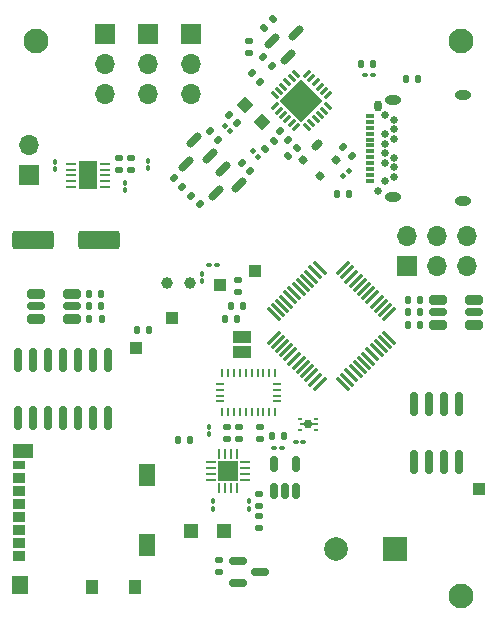
<source format=gbr>
%TF.GenerationSoftware,KiCad,Pcbnew,8.0.6*%
%TF.CreationDate,2024-12-10T11:27:28-08:00*%
%TF.ProjectId,Vanguard_new,56616e67-7561-4726-945f-6e65772e6b69,rev?*%
%TF.SameCoordinates,Original*%
%TF.FileFunction,Soldermask,Top*%
%TF.FilePolarity,Negative*%
%FSLAX46Y46*%
G04 Gerber Fmt 4.6, Leading zero omitted, Abs format (unit mm)*
G04 Created by KiCad (PCBNEW 8.0.6) date 2024-12-10 11:27:28*
%MOMM*%
%LPD*%
G01*
G04 APERTURE LIST*
G04 Aperture macros list*
%AMRoundRect*
0 Rectangle with rounded corners*
0 $1 Rounding radius*
0 $2 $3 $4 $5 $6 $7 $8 $9 X,Y pos of 4 corners*
0 Add a 4 corners polygon primitive as box body*
4,1,4,$2,$3,$4,$5,$6,$7,$8,$9,$2,$3,0*
0 Add four circle primitives for the rounded corners*
1,1,$1+$1,$2,$3*
1,1,$1+$1,$4,$5*
1,1,$1+$1,$6,$7*
1,1,$1+$1,$8,$9*
0 Add four rect primitives between the rounded corners*
20,1,$1+$1,$2,$3,$4,$5,0*
20,1,$1+$1,$4,$5,$6,$7,0*
20,1,$1+$1,$6,$7,$8,$9,0*
20,1,$1+$1,$8,$9,$2,$3,0*%
%AMRotRect*
0 Rectangle, with rotation*
0 The origin of the aperture is its center*
0 $1 length*
0 $2 width*
0 $3 Rotation angle, in degrees counterclockwise*
0 Add horizontal line*
21,1,$1,$2,0,0,$3*%
%AMFreePoly0*
4,1,13,0.320000,0.125000,0.700000,0.125000,0.700000,-0.125000,0.320000,-0.125000,0.200000,-0.350000,-0.200000,-0.350000,-0.320000,-0.125000,-0.850000,-0.125000,-0.850000,0.125000,-0.320000,0.125000,-0.200000,0.350000,0.200000,0.350000,0.320000,0.125000,0.320000,0.125000,$1*%
G04 Aperture macros list end*
%ADD10R,1.500000X1.000000*%
%ADD11RoundRect,0.135000X0.035355X-0.226274X0.226274X-0.035355X-0.035355X0.226274X-0.226274X0.035355X0*%
%ADD12RoundRect,0.135000X-0.135000X-0.185000X0.135000X-0.185000X0.135000X0.185000X-0.135000X0.185000X0*%
%ADD13R,1.700000X1.700000*%
%ADD14O,1.700000X1.700000*%
%ADD15RoundRect,0.100000X-0.162635X0.021213X0.021213X-0.162635X0.162635X-0.021213X-0.021213X0.162635X0*%
%ADD16RoundRect,0.100000X-0.021213X-0.162635X0.162635X0.021213X0.021213X0.162635X-0.162635X-0.021213X0*%
%ADD17RoundRect,0.075000X0.521491X-0.415425X-0.415425X0.521491X-0.521491X0.415425X0.415425X-0.521491X0*%
%ADD18RoundRect,0.075000X0.521491X0.415425X0.415425X0.521491X-0.521491X-0.415425X-0.415425X-0.521491X0*%
%ADD19RoundRect,0.062500X0.362500X0.062500X-0.362500X0.062500X-0.362500X-0.062500X0.362500X-0.062500X0*%
%ADD20R,1.650000X2.380000*%
%ADD21RoundRect,0.150000X-0.309359X-0.521491X0.521491X0.309359X0.309359X0.521491X-0.521491X-0.309359X0*%
%ADD22RoundRect,0.135000X0.135000X0.185000X-0.135000X0.185000X-0.135000X-0.185000X0.135000X-0.185000X0*%
%ADD23R,1.000000X1.000000*%
%ADD24RotRect,1.000000X1.000000X225.000000*%
%ADD25RoundRect,0.135000X-0.226274X-0.035355X-0.035355X-0.226274X0.226274X0.035355X0.035355X0.226274X0*%
%ADD26RoundRect,0.135000X0.226274X0.035355X0.035355X0.226274X-0.226274X-0.035355X-0.035355X-0.226274X0*%
%ADD27RoundRect,0.135000X-0.185000X0.135000X-0.185000X-0.135000X0.185000X-0.135000X0.185000X0.135000X0*%
%ADD28RoundRect,0.062500X-0.350000X-0.062500X0.350000X-0.062500X0.350000X0.062500X-0.350000X0.062500X0*%
%ADD29RoundRect,0.062500X-0.062500X-0.350000X0.062500X-0.350000X0.062500X0.350000X-0.062500X0.350000X0*%
%ADD30RoundRect,0.100000X-0.130000X-0.100000X0.130000X-0.100000X0.130000X0.100000X-0.130000X0.100000X0*%
%ADD31RoundRect,0.135000X-0.035355X0.226274X-0.226274X0.035355X0.035355X-0.226274X0.226274X-0.035355X0*%
%ADD32RoundRect,0.100000X0.100000X-0.130000X0.100000X0.130000X-0.100000X0.130000X-0.100000X-0.130000X0*%
%ADD33R,2.000000X2.000000*%
%ADD34C,2.000000*%
%ADD35RoundRect,0.150000X-0.587500X-0.150000X0.587500X-0.150000X0.587500X0.150000X-0.587500X0.150000X0*%
%ADD36RoundRect,0.147500X-0.172500X0.147500X-0.172500X-0.147500X0.172500X-0.147500X0.172500X0.147500X0*%
%ADD37RoundRect,0.100000X-0.100000X0.130000X-0.100000X-0.130000X0.100000X-0.130000X0.100000X0.130000X0*%
%ADD38R,1.200000X1.200000*%
%ADD39R,0.254000X0.675000*%
%ADD40R,0.675000X0.254000*%
%ADD41RoundRect,0.160000X-0.565000X-0.240000X0.565000X-0.240000X0.565000X0.240000X-0.565000X0.240000X0*%
%ADD42RoundRect,0.120000X-0.605000X-0.180000X0.605000X-0.180000X0.605000X0.180000X-0.605000X0.180000X0*%
%ADD43C,2.100000*%
%ADD44RoundRect,0.062500X0.112500X0.062500X-0.112500X0.062500X-0.112500X-0.062500X0.112500X-0.062500X0*%
%ADD45FreePoly0,180.000000*%
%ADD46RoundRect,0.150000X0.150000X-0.825000X0.150000X0.825000X-0.150000X0.825000X-0.150000X-0.825000X0*%
%ADD47C,0.650000*%
%ADD48O,0.650000X0.950000*%
%ADD49R,0.700000X0.300000*%
%ADD50O,1.400000X0.800000*%
%ADD51C,1.000000*%
%ADD52RoundRect,0.135000X0.185000X-0.135000X0.185000X0.135000X-0.185000X0.135000X-0.185000X-0.135000X0*%
%ADD53RoundRect,0.150000X0.309359X0.521491X-0.521491X-0.309359X-0.309359X-0.521491X0.521491X0.309359X0*%
%ADD54RoundRect,0.100000X0.130000X0.100000X-0.130000X0.100000X-0.130000X-0.100000X0.130000X-0.100000X0*%
%ADD55RoundRect,0.250000X1.500000X0.550000X-1.500000X0.550000X-1.500000X-0.550000X1.500000X-0.550000X0*%
%ADD56RoundRect,0.150000X0.150000X-0.512500X0.150000X0.512500X-0.150000X0.512500X-0.150000X-0.512500X0*%
%ADD57RoundRect,0.160000X0.565000X0.240000X-0.565000X0.240000X-0.565000X-0.240000X0.565000X-0.240000X0*%
%ADD58RoundRect,0.120000X0.605000X0.180000X-0.605000X0.180000X-0.605000X-0.180000X0.605000X-0.180000X0*%
%ADD59RoundRect,0.062500X0.203293X0.291682X-0.291682X-0.203293X-0.203293X-0.291682X0.291682X0.203293X0*%
%ADD60RoundRect,0.062500X-0.203293X0.291682X-0.291682X0.203293X0.203293X-0.291682X0.291682X-0.203293X0*%
%ADD61RotRect,2.600000X2.600000X225.000000*%
%ADD62R,1.100000X0.850000*%
%ADD63R,1.100000X0.750000*%
%ADD64R,1.000000X1.200000*%
%ADD65R,1.350000X1.550000*%
%ADD66R,1.350000X1.900000*%
%ADD67R,1.800000X1.170000*%
%ADD68RoundRect,0.175000X-0.353553X-0.106066X-0.106066X-0.353553X0.353553X0.106066X0.106066X0.353553X0*%
%ADD69RoundRect,0.150000X-0.247487X0.035355X0.035355X-0.247487X0.247487X-0.035355X-0.035355X0.247487X0*%
G04 APERTURE END LIST*
D10*
%TO.C,ADR1*%
X112907500Y-113390000D03*
X112907500Y-112090000D03*
%TD*%
D11*
%TO.C,R2*%
X116832161Y-96771175D03*
X117553409Y-96049927D03*
%TD*%
D12*
%TO.C,R30*%
X100015001Y-108450000D03*
X101034999Y-108450000D03*
%TD*%
D13*
%TO.C,J5*%
X105000000Y-86420000D03*
D14*
X105000000Y-88960000D03*
X105000000Y-91500000D03*
%TD*%
D15*
%TO.C,D2*%
X111473777Y-94210237D03*
X111926325Y-94662785D03*
%TD*%
D16*
%TO.C,D7*%
X121517678Y-98470226D03*
X121970226Y-98017678D03*
%TD*%
D17*
%TO.C,U2*%
X121498788Y-116048427D03*
X121852342Y-115694873D03*
X122205895Y-115341320D03*
X122559449Y-114987766D03*
X122913002Y-114634213D03*
X123266555Y-114280660D03*
X123620109Y-113927106D03*
X123973662Y-113573553D03*
X124327215Y-113220000D03*
X124680769Y-112866446D03*
X125034322Y-112512893D03*
X125387876Y-112159339D03*
D18*
X125387876Y-110161763D03*
X125034322Y-109808209D03*
X124680769Y-109454656D03*
X124327215Y-109101102D03*
X123973662Y-108747549D03*
X123620109Y-108393996D03*
X123266555Y-108040442D03*
X122913002Y-107686889D03*
X122559449Y-107333336D03*
X122205895Y-106979782D03*
X121852342Y-106626229D03*
X121498788Y-106272675D03*
D17*
X119501212Y-106272675D03*
X119147658Y-106626229D03*
X118794105Y-106979782D03*
X118440551Y-107333336D03*
X118086998Y-107686889D03*
X117733445Y-108040442D03*
X117379891Y-108393996D03*
X117026338Y-108747549D03*
X116672785Y-109101102D03*
X116319231Y-109454656D03*
X115965678Y-109808209D03*
X115612124Y-110161763D03*
D18*
X115612124Y-112159339D03*
X115965678Y-112512893D03*
X116319231Y-112866446D03*
X116672785Y-113220000D03*
X117026338Y-113573553D03*
X117379891Y-113927106D03*
X117733445Y-114280660D03*
X118086998Y-114634213D03*
X118440551Y-114987766D03*
X118794105Y-115341320D03*
X119147658Y-115694873D03*
X119501212Y-116048427D03*
%TD*%
D19*
%TO.C,U8*%
X101350000Y-99415000D03*
X101350000Y-98915000D03*
X101350000Y-98415000D03*
X101350000Y-97915000D03*
X101350000Y-97415000D03*
X98450000Y-97415000D03*
X98450000Y-97915000D03*
X98450000Y-98415000D03*
X98450000Y-98915000D03*
X98450000Y-99415000D03*
D20*
X99900000Y-98415000D03*
%TD*%
D21*
%TO.C,Q1*%
X115485208Y-87014625D03*
X116828711Y-88358128D03*
X117482785Y-86360551D03*
%TD*%
D22*
%TO.C,R23*%
X112510000Y-110560000D03*
X111490000Y-110560000D03*
%TD*%
D23*
%TO.C,TP3*%
X104000000Y-113000000D03*
%TD*%
D24*
%TO.C,TP2*%
X114650000Y-93920000D03*
%TD*%
D25*
%TO.C,R5*%
X113778752Y-89778752D03*
X114500000Y-90500000D03*
%TD*%
D13*
%TO.C,J4*%
X101350000Y-86420000D03*
D14*
X101350000Y-88960000D03*
X101350000Y-91500000D03*
%TD*%
D26*
%TO.C,R10*%
X113644033Y-98041801D03*
X112922785Y-97320553D03*
%TD*%
D23*
%TO.C,TP4*%
X133000000Y-125000000D03*
%TD*%
D27*
%TO.C,R15*%
X114392499Y-125375000D03*
X114392499Y-126395000D03*
%TD*%
D24*
%TO.C,TP1*%
X113190000Y-92450000D03*
%TD*%
D12*
%TO.C,R25*%
X126985000Y-108960000D03*
X128005000Y-108960000D03*
%TD*%
D23*
%TO.C,TP6*%
X111037500Y-107700000D03*
%TD*%
D28*
%TO.C,U9*%
X110297499Y-122685000D03*
X110297499Y-123185000D03*
X110297499Y-123685000D03*
X110297499Y-124185000D03*
D29*
X111009999Y-124897500D03*
X111509999Y-124897500D03*
X112009999Y-124897500D03*
X112509999Y-124897500D03*
D28*
X113222499Y-124185000D03*
X113222499Y-123685000D03*
X113222499Y-123185000D03*
X113222499Y-122685000D03*
D29*
X112509999Y-121972500D03*
X112009999Y-121972500D03*
X111509999Y-121972500D03*
X111009999Y-121972500D03*
D13*
X111759999Y-123435000D03*
%TD*%
D30*
%TO.C,C6*%
X115680000Y-121500000D03*
X116320000Y-121500000D03*
%TD*%
D31*
%TO.C,R3*%
X115623409Y-95469927D03*
X114902161Y-96191175D03*
%TD*%
D32*
%TO.C,C9*%
X103000000Y-99665000D03*
X103000000Y-99025000D03*
%TD*%
D33*
%TO.C,BZ1*%
X125870785Y-130000000D03*
D34*
X120870785Y-130000000D03*
%TD*%
D12*
%TO.C,R1*%
X122990001Y-89000000D03*
X124009999Y-89000000D03*
%TD*%
D35*
%TO.C,Q4*%
X112562500Y-131050000D03*
X112562500Y-132950000D03*
X114437501Y-132000000D03*
%TD*%
D12*
%TO.C,R24*%
X104027500Y-111500000D03*
X105047500Y-111500000D03*
%TD*%
D32*
%TO.C,C8*%
X97140000Y-97905000D03*
X97140000Y-97265000D03*
%TD*%
D12*
%TO.C,R26*%
X126985000Y-110000000D03*
X128005000Y-110000000D03*
%TD*%
D27*
%TO.C,R33*%
X103560000Y-96945001D03*
X103560000Y-97964999D03*
%TD*%
D30*
%TO.C,C3*%
X110180000Y-106000000D03*
X110820000Y-106000000D03*
%TD*%
D27*
%TO.C,R34*%
X111000000Y-130990001D03*
X111000000Y-132009999D03*
%TD*%
D36*
%TO.C,L1*%
X102560000Y-96950001D03*
X102560000Y-97920001D03*
%TD*%
D37*
%TO.C,C7*%
X110147500Y-119695000D03*
X110147500Y-120335000D03*
%TD*%
D38*
%TO.C,D6*%
X111399999Y-128500000D03*
X108600001Y-128500000D03*
%TD*%
D25*
%TO.C,R13*%
X108639376Y-100139376D03*
X109360624Y-100860624D03*
%TD*%
D12*
%TO.C,R17*%
X115490000Y-120500000D03*
X116510000Y-120500000D03*
%TD*%
D39*
%TO.C,U6*%
X111250000Y-115137500D03*
D40*
X111112500Y-116050000D03*
X111112500Y-116550000D03*
X111112500Y-117050000D03*
X111112500Y-117550000D03*
D39*
X111250000Y-118462500D03*
X111750000Y-118462500D03*
X112250000Y-118462500D03*
X112750000Y-118462500D03*
X113250000Y-118462500D03*
X113750000Y-118462500D03*
X114250000Y-118462500D03*
X114750000Y-118462500D03*
X115250000Y-118462500D03*
X115750000Y-118462500D03*
D40*
X115887500Y-117550000D03*
X115887500Y-117050000D03*
X115887500Y-116550000D03*
X115887500Y-116050000D03*
D39*
X115750000Y-115137500D03*
X115250000Y-115137500D03*
X114750000Y-115137500D03*
X114250000Y-115137500D03*
X113750000Y-115137500D03*
X113250000Y-115137500D03*
X112750000Y-115137500D03*
X112250000Y-115137500D03*
X111750000Y-115137500D03*
%TD*%
D12*
%TO.C,R32*%
X126822786Y-90210551D03*
X127842784Y-90210551D03*
%TD*%
D26*
%TO.C,R9*%
X110945214Y-95378731D03*
X110223966Y-94657483D03*
%TD*%
D41*
%TO.C,STARBOARD_RGB1*%
X129500000Y-108950000D03*
D42*
X129500000Y-110000000D03*
D41*
X129500000Y-111050000D03*
X132550000Y-111050000D03*
D42*
X132550000Y-110000000D03*
D41*
X132550000Y-108950000D03*
%TD*%
D43*
%TO.C,REF\u002A\u002A*%
X95500000Y-87000000D03*
%TD*%
D30*
%TO.C,C1*%
X123390000Y-89900000D03*
X124030000Y-89900000D03*
%TD*%
D32*
%TO.C,C2*%
X109530000Y-107390000D03*
X109530000Y-106750000D03*
%TD*%
D27*
%TO.C,R18*%
X111647500Y-119720000D03*
X111647500Y-120740000D03*
%TD*%
%TO.C,R21*%
X112557215Y-107239450D03*
X112557215Y-108259448D03*
%TD*%
D44*
%TO.C,U5*%
X119175001Y-119999999D03*
D45*
X118500001Y-119500000D03*
D44*
X119175001Y-119000001D03*
X117825001Y-119000001D03*
X117825001Y-119999999D03*
%TD*%
D22*
%TO.C,R22*%
X113009999Y-109500000D03*
X111990001Y-109500000D03*
%TD*%
D46*
%TO.C,U3*%
X127465192Y-122696196D03*
X128735192Y-122696196D03*
X130005192Y-122696196D03*
X131275192Y-122696196D03*
X131275192Y-117746196D03*
X130005192Y-117746196D03*
X128735192Y-117746196D03*
X127465192Y-117746196D03*
%TD*%
D15*
%TO.C,D3*%
X113859699Y-96376563D03*
X114312247Y-96829111D03*
%TD*%
D25*
%TO.C,R4*%
X111800814Y-93292767D03*
X112522062Y-94014015D03*
%TD*%
D47*
%TO.C,J1*%
X124432785Y-99720551D03*
D48*
X124432785Y-92520551D03*
D49*
X123772785Y-98870551D03*
X123772785Y-98370551D03*
X123772785Y-97870551D03*
X123772784Y-97370551D03*
X123772785Y-96870551D03*
X123772785Y-96370551D03*
X123772785Y-95870551D03*
X123772785Y-95370551D03*
X123772784Y-94870551D03*
X123772785Y-94370551D03*
X123772785Y-93870551D03*
X123772785Y-93370551D03*
D47*
X125082785Y-93320551D03*
X125782785Y-93720551D03*
X125782785Y-94520551D03*
X125082785Y-94920551D03*
X125782785Y-95320551D03*
X125082785Y-95720551D03*
X125082785Y-96520551D03*
X125782785Y-96920551D03*
X125082785Y-97320551D03*
X125782785Y-97720551D03*
X125782785Y-98520551D03*
X125082785Y-98920551D03*
D50*
X131632785Y-100610551D03*
X125682785Y-100250551D03*
X125682785Y-91990551D03*
X131632785Y-91630551D03*
%TD*%
D51*
%TO.C,Y1*%
X108500000Y-107500000D03*
X106600000Y-107500000D03*
%TD*%
D52*
%TO.C,R8*%
X113500000Y-88009999D03*
X113500000Y-86990001D03*
%TD*%
D37*
%TO.C,C11*%
X110512499Y-126005000D03*
X110512499Y-126645000D03*
%TD*%
D12*
%TO.C,R35*%
X120990001Y-100000000D03*
X122009999Y-100000000D03*
%TD*%
%TO.C,R28*%
X100025001Y-110530000D03*
X101044999Y-110530000D03*
%TD*%
D37*
%TO.C,C4*%
X105000000Y-97180000D03*
X105000000Y-97820000D03*
%TD*%
D27*
%TO.C,R19*%
X112647500Y-119720000D03*
X112647500Y-120740000D03*
%TD*%
D12*
%TO.C,R29*%
X100015001Y-109500000D03*
X101034999Y-109500000D03*
%TD*%
D11*
%TO.C,R7*%
X114799376Y-85890624D03*
X115520624Y-85169376D03*
%TD*%
D22*
%TO.C,R14*%
X108520000Y-120785000D03*
X107500000Y-120785000D03*
%TD*%
D27*
%TO.C,R20*%
X114500000Y-119720000D03*
X114500000Y-120740000D03*
%TD*%
D53*
%TO.C,Q3*%
X110206289Y-96754054D03*
X108862786Y-95410551D03*
X108208712Y-97408128D03*
%TD*%
D46*
%TO.C,U7*%
X94010000Y-118975000D03*
X95280000Y-118975000D03*
X96550000Y-118975000D03*
X97820000Y-118975000D03*
X99090000Y-118975000D03*
X100360000Y-118975000D03*
X101630000Y-118975000D03*
X101630000Y-114025000D03*
X100360000Y-114025000D03*
X99090000Y-114025000D03*
X97820000Y-114025000D03*
X96550000Y-114025000D03*
X95280000Y-114025000D03*
X94010000Y-114025000D03*
%TD*%
D54*
%TO.C,D5*%
X118140000Y-121000000D03*
X117500000Y-121000000D03*
%TD*%
D25*
%TO.C,R6*%
X114742161Y-88399927D03*
X115463409Y-89121175D03*
%TD*%
%TO.C,R11*%
X116141537Y-94679303D03*
X116862785Y-95400551D03*
%TD*%
D55*
%TO.C,C10*%
X100800000Y-103900000D03*
X95200000Y-103900000D03*
%TD*%
D23*
%TO.C,TP5*%
X107000000Y-110500000D03*
%TD*%
D56*
%TO.C,U4*%
X115650000Y-125137500D03*
X116600000Y-125137500D03*
X117550000Y-125137500D03*
X117550000Y-122862500D03*
X115650000Y-122862500D03*
%TD*%
D27*
%TO.C,R16*%
X114382499Y-127285001D03*
X114382499Y-128304999D03*
%TD*%
D57*
%TO.C,PORTSIDE_RGB1*%
X98525000Y-110550000D03*
D58*
X98525000Y-109500000D03*
D57*
X98525000Y-108450000D03*
X95475000Y-108450000D03*
D58*
X95475000Y-109500000D03*
D57*
X95475000Y-110550000D03*
%TD*%
D13*
%TO.C,J7*%
X108650000Y-86425000D03*
D14*
X108650000Y-88965000D03*
X108650000Y-91505000D03*
%TD*%
D53*
%TO.C,Q2*%
X112708884Y-99217364D03*
X111365381Y-97873861D03*
X110711307Y-99871438D03*
%TD*%
D43*
%TO.C,REF\u002A\u002A*%
X131500000Y-87000000D03*
%TD*%
D59*
%TO.C,U1*%
X120223445Y-91591210D03*
X119869891Y-91237657D03*
X119516338Y-90884103D03*
X119162785Y-90530550D03*
X118809231Y-90176997D03*
X118455678Y-89823443D03*
D60*
X117483406Y-89823443D03*
X117129853Y-90176997D03*
X116776299Y-90530550D03*
X116422746Y-90884103D03*
X116069193Y-91237657D03*
X115715639Y-91591210D03*
D59*
X115715639Y-92563482D03*
X116069193Y-92917035D03*
X116422746Y-93270589D03*
X116776299Y-93624142D03*
X117129853Y-93977695D03*
X117483406Y-94331249D03*
D60*
X118455678Y-94331249D03*
X118809231Y-93977695D03*
X119162785Y-93624142D03*
X119516338Y-93270589D03*
X119869891Y-92917035D03*
X120223445Y-92563482D03*
D61*
X117969542Y-92077346D03*
%TD*%
D13*
%TO.C,J6*%
X94940000Y-98370000D03*
D14*
X94940000Y-95830000D03*
%TD*%
D43*
%TO.C,REF\u002A\u002A*%
X131500000Y-134000000D03*
%TD*%
D26*
%TO.C,R12*%
X107860624Y-99360624D03*
X107139376Y-98639376D03*
%TD*%
D62*
%TO.C,J3*%
X94050000Y-130605001D03*
X94050000Y-129505000D03*
X94050000Y-128405001D03*
X94050000Y-127305000D03*
X94050000Y-126205000D03*
X94050000Y-125105000D03*
X94050000Y-124005000D03*
D63*
X94050000Y-122955000D03*
D64*
X100200000Y-133240000D03*
X103900000Y-133240000D03*
D65*
X94175000Y-133065000D03*
D66*
X104875000Y-129740000D03*
X104875000Y-123770000D03*
D67*
X94400000Y-121745000D03*
%TD*%
D23*
%TO.C,TP7*%
X114067215Y-106500000D03*
%TD*%
D12*
%TO.C,R27*%
X126985000Y-111050000D03*
X128005000Y-111050000D03*
%TD*%
D37*
%TO.C,C5*%
X113522499Y-125980000D03*
X113522499Y-126620000D03*
%TD*%
D68*
%TO.C,D1*%
X119326007Y-95873115D03*
D69*
X118123926Y-97075197D03*
X119538139Y-98489410D03*
X120881642Y-97145907D03*
%TD*%
D26*
%TO.C,R31*%
X122243409Y-96731175D03*
X121522161Y-96009927D03*
%TD*%
D13*
%TO.C,J2*%
X126920000Y-106040000D03*
D14*
X126920000Y-103500000D03*
X129460000Y-106040000D03*
X129460000Y-103500000D03*
X131999999Y-106040000D03*
X132000000Y-103500000D03*
%TD*%
M02*

</source>
